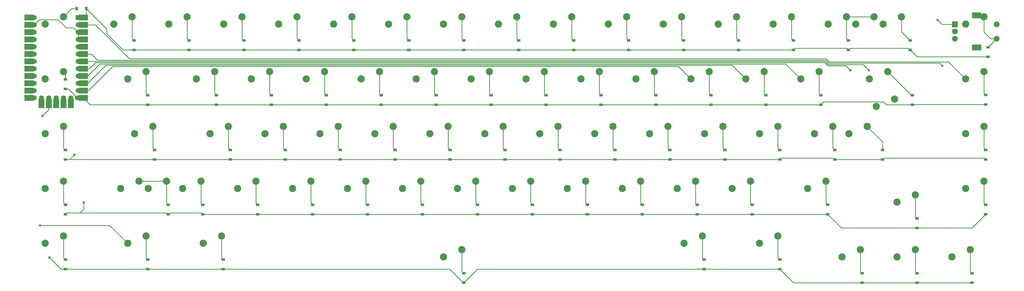
<source format=gbr>
%TF.GenerationSoftware,KiCad,Pcbnew,(6.0.4)*%
%TF.CreationDate,2022-07-27T19:48:40+02:00*%
%TF.ProjectId,65MK,36354d4b-2e6b-4696-9361-645f70636258,rev?*%
%TF.SameCoordinates,Original*%
%TF.FileFunction,Copper,L2,Bot*%
%TF.FilePolarity,Positive*%
%FSLAX46Y46*%
G04 Gerber Fmt 4.6, Leading zero omitted, Abs format (unit mm)*
G04 Created by KiCad (PCBNEW (6.0.4)) date 2022-07-27 19:48:40*
%MOMM*%
%LPD*%
G01*
G04 APERTURE LIST*
%TA.AperFunction,ComponentPad*%
%ADD10C,2.500000*%
%TD*%
%TA.AperFunction,ComponentPad*%
%ADD11R,2.000000X2.000000*%
%TD*%
%TA.AperFunction,ComponentPad*%
%ADD12C,2.000000*%
%TD*%
%TA.AperFunction,ComponentPad*%
%ADD13R,3.200000X2.000000*%
%TD*%
%TA.AperFunction,SMDPad,CuDef*%
%ADD14R,1.200000X0.900000*%
%TD*%
%TA.AperFunction,SMDPad,CuDef*%
%ADD15R,0.900000X1.200000*%
%TD*%
%TA.AperFunction,ComponentPad*%
%ADD16R,1.752600X1.752600*%
%TD*%
%TA.AperFunction,ComponentPad*%
%ADD17C,1.752600*%
%TD*%
%TA.AperFunction,SMDPad,CuDef*%
%ADD18R,3.250000X2.000000*%
%TD*%
%TA.AperFunction,SMDPad,CuDef*%
%ADD19R,2.000000X3.250000*%
%TD*%
%TA.AperFunction,ViaPad*%
%ADD20C,0.800000*%
%TD*%
%TA.AperFunction,Conductor*%
%ADD21C,0.250000*%
%TD*%
G04 APERTURE END LIST*
D10*
%TO.P,MX4,1,COL*%
%TO.N,COL3*%
X93027500Y-103028750D03*
%TO.P,MX4,2,ROW*%
%TO.N,Net-(D4-Pad2)*%
X99377500Y-100488750D03*
%TD*%
%TO.P,MX13,1,COL*%
%TO.N,COL12*%
X264477500Y-103028750D03*
%TO.P,MX13,2,ROW*%
%TO.N,Net-(D13-Pad2)*%
X270827500Y-100488750D03*
%TD*%
%TO.P,MX1,1,COL*%
%TO.N,COL0*%
X31115000Y-103028750D03*
%TO.P,MX1,2,ROW*%
%TO.N,Net-(D1-Pad2)*%
X37465000Y-100488750D03*
%TD*%
%TO.P,MX46,1,COL*%
%TO.N,COL11*%
X259715000Y-141128750D03*
%TO.P,MX46,2,ROW*%
%TO.N,Net-(D47-Pad2)*%
X266065000Y-138588750D03*
%TD*%
%TO.P,MX8,1,COL*%
%TO.N,COL7*%
X169227500Y-103028750D03*
%TO.P,MX8,2,ROW*%
%TO.N,Net-(D8-Pad2)*%
X175577500Y-100488750D03*
%TD*%
%TO.P,MX14,1,COL*%
%TO.N,COL13*%
X283527500Y-103028750D03*
%TO.P,MX14,2,ROW*%
%TO.N,Net-(D14-Pad2)*%
X289877500Y-100488750D03*
%TD*%
%TO.P,MX16,1,COL*%
%TO.N,COL15*%
X321627500Y-103028750D03*
%TO.P,MX16,2,ROW*%
%TO.N,Net-(D16-Pad2)*%
X327977500Y-100488750D03*
%TD*%
%TO.P,MX74,1,COL*%
%TO.N,COL16*%
X345440000Y-183991250D03*
%TO.P,MX74,2,ROW*%
%TO.N,Net-(D75-Pad2)*%
X351790000Y-181451250D03*
%TD*%
%TO.P,MX36,1,COL*%
%TO.N,COL1*%
X62071250Y-141128750D03*
%TO.P,MX36,2,ROW*%
%TO.N,Net-(D37-Pad2)*%
X68421250Y-138588750D03*
%TD*%
%TO.P,MX48,1,COL*%
%TO.N,COL13*%
X297815000Y-141128750D03*
%TO.P,MX48,2,ROW*%
%TO.N,Net-(D49-Pad2)*%
X304165000Y-138588750D03*
%TD*%
%TO.P,MX61,1,COL*%
%TO.N,COL11*%
X250190000Y-160178750D03*
%TO.P,MX61,2,ROW*%
%TO.N,Net-(D62-Pad2)*%
X256540000Y-157638750D03*
%TD*%
%TO.P,MX55,1,COL*%
%TO.N,COL5*%
X135890000Y-160178750D03*
%TO.P,MX55,2,ROW*%
%TO.N,Net-(D56-Pad2)*%
X142240000Y-157638750D03*
%TD*%
%TO.P,MX43,1,COL*%
%TO.N,COL8*%
X202565000Y-141128750D03*
%TO.P,MX43,2,ROW*%
%TO.N,Net-(D44-Pad2)*%
X208915000Y-138588750D03*
%TD*%
%TO.P,MX54,1,COL*%
%TO.N,COL4*%
X116840000Y-160178750D03*
%TO.P,MX54,2,ROW*%
%TO.N,Net-(D55-Pad2)*%
X123190000Y-157638750D03*
%TD*%
%TO.P,MX68,1,COL*%
%TO.N,COL1*%
X59690000Y-179228750D03*
%TO.P,MX68,2,ROW*%
%TO.N,Net-(D69-Pad2)*%
X66040000Y-176688750D03*
%TD*%
%TO.P,MX17,1,COL*%
%TO.N,COL16*%
X350202500Y-103028750D03*
%TO.P,MX17,2,ROW*%
%TO.N,Net-(D17-Pad2)*%
X356552500Y-100488750D03*
%TD*%
%TO.P,MX52,1,COL*%
%TO.N,COL2*%
X78740000Y-160178750D03*
%TO.P,MX52,2,ROW*%
%TO.N,Net-(D53-Pad2)*%
X85090000Y-157638750D03*
%TD*%
%TO.P,MX33,1,COL*%
%TO.N,COL16*%
X350202500Y-122078750D03*
%TO.P,MX33,2,ROW*%
%TO.N,Net-(D34-Pad2)*%
X356552500Y-119538750D03*
%TD*%
%TO.P,MX49,1,COL*%
%TO.N,COL16*%
X350202500Y-141128750D03*
%TO.P,MX49,2,ROW*%
%TO.N,Net-(D50-Pad2)*%
X356552500Y-138588750D03*
%TD*%
%TO.P,MX26,1,COL*%
%TO.N,COL8*%
X197802500Y-122078750D03*
%TO.P,MX26,2,ROW*%
%TO.N,Net-(D27-Pad2)*%
X204152500Y-119538750D03*
%TD*%
%TO.P,MX29,1,COL*%
%TO.N,COL11*%
X254952500Y-122078750D03*
%TO.P,MX29,2,ROW*%
%TO.N,Net-(D30-Pad2)*%
X261302500Y-119538750D03*
%TD*%
%TO.P,MX30,1,COL*%
%TO.N,COL12*%
X274002500Y-122078750D03*
%TO.P,MX30,2,ROW*%
%TO.N,Net-(D31-Pad2)*%
X280352500Y-119538750D03*
%TD*%
%TO.P,MX27,1,COL*%
%TO.N,COL9*%
X216852500Y-122078750D03*
%TO.P,MX27,2,ROW*%
%TO.N,Net-(D28-Pad2)*%
X223202500Y-119538750D03*
%TD*%
%TO.P,MX37,1,COL*%
%TO.N,COL2*%
X88265000Y-141128750D03*
%TO.P,MX37,2,ROW*%
%TO.N,Net-(D38-Pad2)*%
X94615000Y-138588750D03*
%TD*%
%TO.P,MX53,1,COL*%
%TO.N,COL3*%
X97790000Y-160178750D03*
%TO.P,MX53,2,ROW*%
%TO.N,Net-(D54-Pad2)*%
X104140000Y-157638750D03*
%TD*%
%TO.P,MX10,1,COL*%
%TO.N,COL9*%
X207327500Y-103028750D03*
%TO.P,MX10,2,ROW*%
%TO.N,Net-(D10-Pad2)*%
X213677500Y-100488750D03*
%TD*%
%TO.P,MX62,1,COL*%
%TO.N,COL12*%
X269240000Y-160178750D03*
%TO.P,MX62,2,ROW*%
%TO.N,Net-(D63-Pad2)*%
X275590000Y-157638750D03*
%TD*%
%TO.P,MX50,1,COL*%
%TO.N,COL0*%
X31115000Y-160178750D03*
%TO.P,MX50,2,ROW*%
%TO.N,Net-(D51-Pad2)*%
X37465000Y-157638750D03*
%TD*%
%TO.P,MX60,1,COL*%
%TO.N,COL10*%
X231140000Y-160178750D03*
%TO.P,MX60,2,ROW*%
%TO.N,Net-(D61-Pad2)*%
X237490000Y-157638750D03*
%TD*%
%TO.P,MX71,1,COL*%
%TO.N,COL12*%
X278765000Y-179228750D03*
%TO.P,MX71,2,ROW*%
%TO.N,Net-(D72-Pad2)*%
X285115000Y-176688750D03*
%TD*%
%TO.P,MX70,1,COL*%
%TO.N,COL11*%
X252571250Y-179228750D03*
%TO.P,MX70,2,ROW*%
%TO.N,Net-(D71-Pad2)*%
X258921250Y-176688750D03*
%TD*%
%TO.P,MX34,1,COL*%
%TO.N,COL14*%
X309721250Y-141128750D03*
X319246250Y-131603750D03*
%TO.P,MX34,2,ROW*%
%TO.N,Net-(D35-Pad2)*%
X325596250Y-129063750D03*
X316071250Y-138588750D03*
%TD*%
%TO.P,MX28,1,COL*%
%TO.N,COL10*%
X235902500Y-122078750D03*
%TO.P,MX28,2,ROW*%
%TO.N,Net-(D29-Pad2)*%
X242252500Y-119538750D03*
%TD*%
%TO.P,MX65,1,COL*%
%TO.N,COL16*%
X350202500Y-160178750D03*
%TO.P,MX65,2,ROW*%
%TO.N,Net-(D66-Pad2)*%
X356552500Y-157638750D03*
%TD*%
%TO.P,MX73,1,COL*%
%TO.N,COL15*%
X326390000Y-183991250D03*
%TO.P,MX73,2,ROW*%
%TO.N,Net-(D74-Pad2)*%
X332740000Y-181451250D03*
%TD*%
%TO.P,MX6,1,COL*%
%TO.N,COL5*%
X131127500Y-103028750D03*
%TO.P,MX6,2,ROW*%
%TO.N,Net-(D6-Pad2)*%
X137477500Y-100488750D03*
%TD*%
%TO.P,MX5,1,COL*%
%TO.N,COL4*%
X112077500Y-103028750D03*
%TO.P,MX5,2,ROW*%
%TO.N,Net-(D5-Pad2)*%
X118427500Y-100488750D03*
%TD*%
%TO.P,MX3,1,COL*%
%TO.N,COL2*%
X73977500Y-103028750D03*
%TO.P,MX3,2,ROW*%
%TO.N,Net-(D3-Pad2)*%
X80327500Y-100488750D03*
%TD*%
%TO.P,MX18,1,COL*%
%TO.N,COL0*%
X31115000Y-122078750D03*
%TO.P,MX18,2,ROW*%
%TO.N,Net-(D19-Pad2)*%
X37465000Y-119538750D03*
%TD*%
%TO.P,MX31,1,COL*%
%TO.N,COL13*%
X293052500Y-122078750D03*
%TO.P,MX31,2,ROW*%
%TO.N,Net-(D32-Pad2)*%
X299402500Y-119538750D03*
%TD*%
%TO.P,MX2,1,COL*%
%TO.N,COL1*%
X54927500Y-103028750D03*
%TO.P,MX2,2,ROW*%
%TO.N,Net-(D2-Pad2)*%
X61277500Y-100488750D03*
%TD*%
%TO.P,MX25,1,COL*%
%TO.N,COL7*%
X178752500Y-122078750D03*
%TO.P,MX25,2,ROW*%
%TO.N,Net-(D26-Pad2)*%
X185102500Y-119538750D03*
%TD*%
%TO.P,MX23,1,COL*%
%TO.N,COL5*%
X140652500Y-122078750D03*
%TO.P,MX23,2,ROW*%
%TO.N,Net-(D24-Pad2)*%
X147002500Y-119538750D03*
%TD*%
%TO.P,MX69,1,COL*%
%TO.N,COL2*%
X85883750Y-179228750D03*
%TO.P,MX69,2,ROW*%
%TO.N,Net-(D70-Pad2)*%
X92233750Y-176688750D03*
%TD*%
%TO.P,MX44,1,COL*%
%TO.N,COL9*%
X221615000Y-141128750D03*
%TO.P,MX44,2,ROW*%
%TO.N,Net-(D45-Pad2)*%
X227965000Y-138588750D03*
%TD*%
%TO.P,MX66,1,COL*%
%TO.N,COL7*%
X169227500Y-183991250D03*
%TO.P,MX66,2,ROW*%
%TO.N,Net-(D67-Pad2)*%
X175577500Y-181451250D03*
%TD*%
%TO.P,MX72,1,COL*%
%TO.N,COL14*%
X307340000Y-183991250D03*
%TO.P,MX72,2,ROW*%
%TO.N,Net-(D73-Pad2)*%
X313690000Y-181451250D03*
%TD*%
%TO.P,MX51,1,COL*%
%TO.N,COL1*%
X66833750Y-160178750D03*
X57308750Y-160178750D03*
%TO.P,MX51,2,ROW*%
%TO.N,Net-(D52-Pad2)*%
X63658750Y-157638750D03*
X73183750Y-157638750D03*
%TD*%
%TO.P,MX64,1,COL*%
%TO.N,COL14*%
X326390000Y-164941250D03*
%TO.P,MX64,2,ROW*%
%TO.N,Net-(D65-Pad2)*%
X332740000Y-162401250D03*
%TD*%
%TO.P,MX39,1,COL*%
%TO.N,COL4*%
X126365000Y-141128750D03*
%TO.P,MX39,2,ROW*%
%TO.N,Net-(D40-Pad2)*%
X132715000Y-138588750D03*
%TD*%
%TO.P,MX47,1,COL*%
%TO.N,COL12*%
X278765000Y-141128750D03*
%TO.P,MX47,2,ROW*%
%TO.N,Net-(D48-Pad2)*%
X285115000Y-138588750D03*
%TD*%
D11*
%TO.P,SW1,A,A*%
%TO.N,ROT1*%
X346512500Y-103068750D03*
D12*
%TO.P,SW1,B,B*%
%TO.N,ROT0*%
X346512500Y-108068750D03*
%TO.P,SW1,C,C*%
%TO.N,GND*%
X346512500Y-105568750D03*
D13*
%TO.P,SW1,MP*%
%TO.N,N/C*%
X354012500Y-99968750D03*
X354012500Y-111168750D03*
D12*
%TO.P,SW1,S1,S1*%
%TO.N,Net-(D17-Pad2)*%
X361012500Y-108068750D03*
%TO.P,SW1,S2,S2*%
%TO.N,COL16*%
X361012500Y-103068750D03*
%TD*%
D10*
%TO.P,MX59,1,COL*%
%TO.N,COL9*%
X212090000Y-160178750D03*
%TO.P,MX59,2,ROW*%
%TO.N,Net-(D60-Pad2)*%
X218440000Y-157638750D03*
%TD*%
%TO.P,MX42,1,COL*%
%TO.N,COL7*%
X183515000Y-141128750D03*
%TO.P,MX42,2,ROW*%
%TO.N,Net-(D43-Pad2)*%
X189865000Y-138588750D03*
%TD*%
%TO.P,MX38,1,COL*%
%TO.N,COL3*%
X107315000Y-141128750D03*
%TO.P,MX38,2,ROW*%
%TO.N,Net-(D39-Pad2)*%
X113665000Y-138588750D03*
%TD*%
%TO.P,MX15,1,COL*%
%TO.N,COL14*%
X302577500Y-103028750D03*
X312102500Y-103028750D03*
%TO.P,MX15,2,ROW*%
%TO.N,Net-(D15-Pad2)*%
X318452500Y-100488750D03*
X308927500Y-100488750D03*
%TD*%
%TO.P,MX41,1,COL*%
%TO.N,COL6*%
X164465000Y-141128750D03*
%TO.P,MX41,2,ROW*%
%TO.N,Net-(D42-Pad2)*%
X170815000Y-138588750D03*
%TD*%
%TO.P,MX24,1,COL*%
%TO.N,COL6*%
X159702500Y-122078750D03*
%TO.P,MX24,2,ROW*%
%TO.N,Net-(D25-Pad2)*%
X166052500Y-119538750D03*
%TD*%
%TO.P,MX12,1,COL*%
%TO.N,COL11*%
X245427500Y-103028750D03*
%TO.P,MX12,2,ROW*%
%TO.N,Net-(D12-Pad2)*%
X251777500Y-100488750D03*
%TD*%
%TO.P,MX63,1,COL*%
%TO.N,COL13*%
X295433750Y-160178750D03*
%TO.P,MX63,2,ROW*%
%TO.N,Net-(D64-Pad2)*%
X301783750Y-157638750D03*
%TD*%
%TO.P,MX11,1,COL*%
%TO.N,COL10*%
X226377500Y-103028750D03*
%TO.P,MX11,2,ROW*%
%TO.N,Net-(D11-Pad2)*%
X232727500Y-100488750D03*
%TD*%
%TO.P,MX58,1,COL*%
%TO.N,COL8*%
X193040000Y-160178750D03*
%TO.P,MX58,2,ROW*%
%TO.N,Net-(D59-Pad2)*%
X199390000Y-157638750D03*
%TD*%
%TO.P,MX45,1,COL*%
%TO.N,COL10*%
X240665000Y-141128750D03*
%TO.P,MX45,2,ROW*%
%TO.N,Net-(D46-Pad2)*%
X247015000Y-138588750D03*
%TD*%
%TO.P,MX35,1,COL*%
%TO.N,COL0*%
X31115000Y-141128750D03*
%TO.P,MX35,2,ROW*%
%TO.N,Net-(D36-Pad2)*%
X37465000Y-138588750D03*
%TD*%
%TO.P,MX19,1,COL*%
%TO.N,COL1*%
X59690000Y-122078750D03*
%TO.P,MX19,2,ROW*%
%TO.N,Net-(D20-Pad2)*%
X66040000Y-119538750D03*
%TD*%
%TO.P,MX32,1,COL*%
%TO.N,COL15*%
X316865000Y-122078750D03*
%TO.P,MX32,2,ROW*%
%TO.N,Net-(D33-Pad2)*%
X323215000Y-119538750D03*
%TD*%
%TO.P,MX40,1,COL*%
%TO.N,COL5*%
X145415000Y-141128750D03*
%TO.P,MX40,2,ROW*%
%TO.N,Net-(D41-Pad2)*%
X151765000Y-138588750D03*
%TD*%
%TO.P,MX9,1,COL*%
%TO.N,COL8*%
X188277500Y-103028750D03*
%TO.P,MX9,2,ROW*%
%TO.N,Net-(D9-Pad2)*%
X194627500Y-100488750D03*
%TD*%
%TO.P,MX7,1,COL*%
%TO.N,COL6*%
X150177500Y-103028750D03*
%TO.P,MX7,2,ROW*%
%TO.N,Net-(D7-Pad2)*%
X156527500Y-100488750D03*
%TD*%
%TO.P,MX21,1,COL*%
%TO.N,COL3*%
X102552500Y-122078750D03*
%TO.P,MX21,2,ROW*%
%TO.N,Net-(D22-Pad2)*%
X108902500Y-119538750D03*
%TD*%
%TO.P,MX22,1,COL*%
%TO.N,COL4*%
X121602500Y-122078750D03*
%TO.P,MX22,2,ROW*%
%TO.N,Net-(D23-Pad2)*%
X127952500Y-119538750D03*
%TD*%
%TO.P,MX57,1,COL*%
%TO.N,COL7*%
X173990000Y-160178750D03*
%TO.P,MX57,2,ROW*%
%TO.N,Net-(D58-Pad2)*%
X180340000Y-157638750D03*
%TD*%
%TO.P,MX20,1,COL*%
%TO.N,COL2*%
X83502500Y-122078750D03*
%TO.P,MX20,2,ROW*%
%TO.N,Net-(D21-Pad2)*%
X89852500Y-119538750D03*
%TD*%
%TO.P,MX67,1,COL*%
%TO.N,COL0*%
X31115000Y-179228750D03*
%TO.P,MX67,2,ROW*%
%TO.N,Net-(D68-Pad2)*%
X37465000Y-176688750D03*
%TD*%
%TO.P,MX56,1,COL*%
%TO.N,COL6*%
X154940000Y-160178750D03*
%TO.P,MX56,2,ROW*%
%TO.N,Net-(D57-Pad2)*%
X161290000Y-157638750D03*
%TD*%
D14*
%TO.P,D62,1,K*%
%TO.N,ROW3*%
X257175000Y-169131250D03*
%TO.P,D62,2,A*%
%TO.N,Net-(D62-Pad2)*%
X257175000Y-165831250D03*
%TD*%
%TO.P,D58,1,K*%
%TO.N,ROW3*%
X180975000Y-169131250D03*
%TO.P,D58,2,A*%
%TO.N,Net-(D58-Pad2)*%
X180975000Y-165831250D03*
%TD*%
%TO.P,D69,1,K*%
%TO.N,ROW4*%
X66675000Y-188181250D03*
%TO.P,D69,2,A*%
%TO.N,Net-(D69-Pad2)*%
X66675000Y-184881250D03*
%TD*%
%TO.P,D57,1,K*%
%TO.N,ROW3*%
X161925000Y-169131250D03*
%TO.P,D57,2,A*%
%TO.N,Net-(D57-Pad2)*%
X161925000Y-165831250D03*
%TD*%
%TO.P,D14,1,K*%
%TO.N,ROW0*%
X290512500Y-111981250D03*
%TO.P,D14,2,A*%
%TO.N,Net-(D14-Pad2)*%
X290512500Y-108681250D03*
%TD*%
%TO.P,D74,1,K*%
%TO.N,ROW4*%
X333375000Y-192943750D03*
%TO.P,D74,2,A*%
%TO.N,Net-(D74-Pad2)*%
X333375000Y-189643750D03*
%TD*%
%TO.P,D39,1,K*%
%TO.N,ROW2*%
X114300000Y-150081250D03*
%TO.P,D39,2,A*%
%TO.N,Net-(D39-Pad2)*%
X114300000Y-146781250D03*
%TD*%
%TO.P,D7,1,K*%
%TO.N,ROW0*%
X157162500Y-111981250D03*
%TO.P,D7,2,A*%
%TO.N,Net-(D7-Pad2)*%
X157162500Y-108681250D03*
%TD*%
%TO.P,D5,1,K*%
%TO.N,ROW0*%
X119062500Y-111981250D03*
%TO.P,D5,2,A*%
%TO.N,Net-(D5-Pad2)*%
X119062500Y-108681250D03*
%TD*%
%TO.P,D21,1,K*%
%TO.N,ROW1*%
X90487500Y-131031250D03*
%TO.P,D21,2,A*%
%TO.N,Net-(D21-Pad2)*%
X90487500Y-127731250D03*
%TD*%
%TO.P,D44,1,K*%
%TO.N,ROW2*%
X209550000Y-150081250D03*
%TO.P,D44,2,A*%
%TO.N,Net-(D44-Pad2)*%
X209550000Y-146781250D03*
%TD*%
%TO.P,D11,1,K*%
%TO.N,ROW0*%
X233362500Y-111981250D03*
%TO.P,D11,2,A*%
%TO.N,Net-(D11-Pad2)*%
X233362500Y-108681250D03*
%TD*%
%TO.P,D22,1,K*%
%TO.N,ROW1*%
X109537500Y-131031250D03*
%TO.P,D22,2,A*%
%TO.N,Net-(D22-Pad2)*%
X109537500Y-127731250D03*
%TD*%
%TO.P,D19,1,K*%
%TO.N,ROW1*%
X38100000Y-125537500D03*
%TO.P,D19,2,A*%
%TO.N,Net-(D19-Pad2)*%
X38100000Y-122237500D03*
%TD*%
%TO.P,D46,1,K*%
%TO.N,ROW2*%
X247650000Y-150081250D03*
%TO.P,D46,2,A*%
%TO.N,Net-(D46-Pad2)*%
X247650000Y-146781250D03*
%TD*%
%TO.P,D73,1,K*%
%TO.N,ROW4*%
X314325000Y-192943750D03*
%TO.P,D73,2,A*%
%TO.N,Net-(D73-Pad2)*%
X314325000Y-189643750D03*
%TD*%
%TO.P,D38,1,K*%
%TO.N,ROW2*%
X95250000Y-150081250D03*
%TO.P,D38,2,A*%
%TO.N,Net-(D38-Pad2)*%
X95250000Y-146781250D03*
%TD*%
%TO.P,D55,1,K*%
%TO.N,ROW3*%
X123825000Y-169131250D03*
%TO.P,D55,2,A*%
%TO.N,Net-(D55-Pad2)*%
X123825000Y-165831250D03*
%TD*%
%TO.P,D71,1,K*%
%TO.N,ROW4*%
X259556250Y-188181250D03*
%TO.P,D71,2,A*%
%TO.N,Net-(D71-Pad2)*%
X259556250Y-184881250D03*
%TD*%
%TO.P,D36,1,K*%
%TO.N,ROW2*%
X38100000Y-150081250D03*
%TO.P,D36,2,A*%
%TO.N,Net-(D36-Pad2)*%
X38100000Y-146781250D03*
%TD*%
%TO.P,D43,1,K*%
%TO.N,ROW2*%
X190500000Y-150081250D03*
%TO.P,D43,2,A*%
%TO.N,Net-(D43-Pad2)*%
X190500000Y-146781250D03*
%TD*%
%TO.P,D66,1,K*%
%TO.N,ROW3*%
X357187500Y-169131250D03*
%TO.P,D66,2,A*%
%TO.N,Net-(D66-Pad2)*%
X357187500Y-165831250D03*
%TD*%
%TO.P,D52,1,K*%
%TO.N,ROW3*%
X73818750Y-169131250D03*
%TO.P,D52,2,A*%
%TO.N,Net-(D52-Pad2)*%
X73818750Y-165831250D03*
%TD*%
%TO.P,D48,1,K*%
%TO.N,ROW2*%
X285750000Y-150081250D03*
%TO.P,D48,2,A*%
%TO.N,Net-(D48-Pad2)*%
X285750000Y-146781250D03*
%TD*%
%TO.P,D6,1,K*%
%TO.N,ROW0*%
X138112500Y-111981250D03*
%TO.P,D6,2,A*%
%TO.N,Net-(D6-Pad2)*%
X138112500Y-108681250D03*
%TD*%
%TO.P,D53,1,K*%
%TO.N,ROW3*%
X85725000Y-169131250D03*
%TO.P,D53,2,A*%
%TO.N,Net-(D53-Pad2)*%
X85725000Y-165831250D03*
%TD*%
%TO.P,D61,1,K*%
%TO.N,ROW3*%
X238125000Y-169131250D03*
%TO.P,D61,2,A*%
%TO.N,Net-(D61-Pad2)*%
X238125000Y-165831250D03*
%TD*%
%TO.P,D24,1,K*%
%TO.N,ROW1*%
X147637500Y-131031250D03*
%TO.P,D24,2,A*%
%TO.N,Net-(D24-Pad2)*%
X147637500Y-127731250D03*
%TD*%
%TO.P,D31,1,K*%
%TO.N,ROW1*%
X280987500Y-131031250D03*
%TO.P,D31,2,A*%
%TO.N,Net-(D31-Pad2)*%
X280987500Y-127731250D03*
%TD*%
%TO.P,D20,1,K*%
%TO.N,ROW1*%
X66675000Y-131031250D03*
%TO.P,D20,2,A*%
%TO.N,Net-(D20-Pad2)*%
X66675000Y-127731250D03*
%TD*%
%TO.P,D26,1,K*%
%TO.N,ROW1*%
X185737500Y-131031250D03*
%TO.P,D26,2,A*%
%TO.N,Net-(D26-Pad2)*%
X185737500Y-127731250D03*
%TD*%
%TO.P,D3,1,K*%
%TO.N,ROW0*%
X80962500Y-111981250D03*
%TO.P,D3,2,A*%
%TO.N,Net-(D3-Pad2)*%
X80962500Y-108681250D03*
%TD*%
%TO.P,D12,1,K*%
%TO.N,ROW0*%
X252412500Y-111981250D03*
%TO.P,D12,2,A*%
%TO.N,Net-(D12-Pad2)*%
X252412500Y-108681250D03*
%TD*%
%TO.P,D45,1,K*%
%TO.N,ROW2*%
X228600000Y-150081250D03*
%TO.P,D45,2,A*%
%TO.N,Net-(D45-Pad2)*%
X228600000Y-146781250D03*
%TD*%
%TO.P,D72,1,K*%
%TO.N,ROW4*%
X285750000Y-188181250D03*
%TO.P,D72,2,A*%
%TO.N,Net-(D72-Pad2)*%
X285750000Y-184881250D03*
%TD*%
%TO.P,D2,1,K*%
%TO.N,ROW0*%
X61912500Y-111981250D03*
%TO.P,D2,2,A*%
%TO.N,Net-(D2-Pad2)*%
X61912500Y-108681250D03*
%TD*%
%TO.P,D42,1,K*%
%TO.N,ROW2*%
X171450000Y-150081250D03*
%TO.P,D42,2,A*%
%TO.N,Net-(D42-Pad2)*%
X171450000Y-146781250D03*
%TD*%
%TO.P,D15,1,K*%
%TO.N,ROW0*%
X309562500Y-111981250D03*
%TO.P,D15,2,A*%
%TO.N,Net-(D15-Pad2)*%
X309562500Y-108681250D03*
%TD*%
%TO.P,D41,1,K*%
%TO.N,ROW2*%
X152400000Y-150081250D03*
%TO.P,D41,2,A*%
%TO.N,Net-(D41-Pad2)*%
X152400000Y-146781250D03*
%TD*%
%TO.P,D4,1,K*%
%TO.N,ROW0*%
X100012500Y-111981250D03*
%TO.P,D4,2,A*%
%TO.N,Net-(D4-Pad2)*%
X100012500Y-108681250D03*
%TD*%
%TO.P,D28,1,K*%
%TO.N,ROW1*%
X223837500Y-131031250D03*
%TO.P,D28,2,A*%
%TO.N,Net-(D28-Pad2)*%
X223837500Y-127731250D03*
%TD*%
%TO.P,D33,1,K*%
%TO.N,ROW1*%
X331787500Y-131031250D03*
%TO.P,D33,2,A*%
%TO.N,Net-(D33-Pad2)*%
X331787500Y-127731250D03*
%TD*%
%TO.P,D64,1,K*%
%TO.N,ROW3*%
X302418750Y-169131250D03*
%TO.P,D64,2,A*%
%TO.N,Net-(D64-Pad2)*%
X302418750Y-165831250D03*
%TD*%
%TO.P,D37,1,K*%
%TO.N,ROW2*%
X69056250Y-150081250D03*
%TO.P,D37,2,A*%
%TO.N,Net-(D37-Pad2)*%
X69056250Y-146781250D03*
%TD*%
%TO.P,D59,1,K*%
%TO.N,ROW3*%
X200025000Y-169131250D03*
%TO.P,D59,2,A*%
%TO.N,Net-(D59-Pad2)*%
X200025000Y-165831250D03*
%TD*%
%TO.P,D30,1,K*%
%TO.N,ROW1*%
X261937500Y-131031250D03*
%TO.P,D30,2,A*%
%TO.N,Net-(D30-Pad2)*%
X261937500Y-127731250D03*
%TD*%
%TO.P,D16,1,K*%
%TO.N,ROW0*%
X330993750Y-111981250D03*
%TO.P,D16,2,A*%
%TO.N,Net-(D16-Pad2)*%
X330993750Y-108681250D03*
%TD*%
%TO.P,D25,1,K*%
%TO.N,ROW1*%
X166687500Y-131031250D03*
%TO.P,D25,2,A*%
%TO.N,Net-(D25-Pad2)*%
X166687500Y-127731250D03*
%TD*%
%TO.P,D65,1,K*%
%TO.N,ROW3*%
X333375000Y-173893750D03*
%TO.P,D65,2,A*%
%TO.N,Net-(D65-Pad2)*%
X333375000Y-170593750D03*
%TD*%
%TO.P,D34,1,K*%
%TO.N,ROW1*%
X357187500Y-130968750D03*
%TO.P,D34,2,A*%
%TO.N,Net-(D34-Pad2)*%
X357187500Y-127668750D03*
%TD*%
%TO.P,D29,1,K*%
%TO.N,ROW1*%
X242887500Y-131031250D03*
%TO.P,D29,2,A*%
%TO.N,Net-(D29-Pad2)*%
X242887500Y-127731250D03*
%TD*%
D15*
%TO.P,D1,1,K*%
%TO.N,ROW0*%
X45306250Y-97631250D03*
%TO.P,D1,2,A*%
%TO.N,Net-(D1-Pad2)*%
X42006250Y-97631250D03*
%TD*%
D14*
%TO.P,D13,1,K*%
%TO.N,ROW0*%
X271462500Y-111981250D03*
%TO.P,D13,2,A*%
%TO.N,Net-(D13-Pad2)*%
X271462500Y-108681250D03*
%TD*%
%TO.P,D60,1,K*%
%TO.N,ROW3*%
X219075000Y-169131250D03*
%TO.P,D60,2,A*%
%TO.N,Net-(D60-Pad2)*%
X219075000Y-165831250D03*
%TD*%
%TO.P,D40,1,K*%
%TO.N,ROW2*%
X133350000Y-150081250D03*
%TO.P,D40,2,A*%
%TO.N,Net-(D40-Pad2)*%
X133350000Y-146781250D03*
%TD*%
%TO.P,D32,1,K*%
%TO.N,ROW1*%
X300037500Y-131031250D03*
%TO.P,D32,2,A*%
%TO.N,Net-(D32-Pad2)*%
X300037500Y-127731250D03*
%TD*%
%TO.P,D70,1,K*%
%TO.N,ROW4*%
X92868750Y-188181250D03*
%TO.P,D70,2,A*%
%TO.N,Net-(D70-Pad2)*%
X92868750Y-184881250D03*
%TD*%
%TO.P,D47,1,K*%
%TO.N,ROW2*%
X266700000Y-150081250D03*
%TO.P,D47,2,A*%
%TO.N,Net-(D47-Pad2)*%
X266700000Y-146781250D03*
%TD*%
%TO.P,D50,1,K*%
%TO.N,ROW2*%
X357187500Y-150081250D03*
%TO.P,D50,2,A*%
%TO.N,Net-(D50-Pad2)*%
X357187500Y-146781250D03*
%TD*%
%TO.P,D51,1,K*%
%TO.N,ROW3*%
X38100000Y-169131250D03*
%TO.P,D51,2,A*%
%TO.N,Net-(D51-Pad2)*%
X38100000Y-165831250D03*
%TD*%
%TO.P,D54,1,K*%
%TO.N,ROW3*%
X104775000Y-169131250D03*
%TO.P,D54,2,A*%
%TO.N,Net-(D54-Pad2)*%
X104775000Y-165831250D03*
%TD*%
%TO.P,D56,1,K*%
%TO.N,ROW3*%
X142875000Y-169131250D03*
%TO.P,D56,2,A*%
%TO.N,Net-(D56-Pad2)*%
X142875000Y-165831250D03*
%TD*%
%TO.P,D63,1,K*%
%TO.N,ROW3*%
X276225000Y-169131250D03*
%TO.P,D63,2,A*%
%TO.N,Net-(D63-Pad2)*%
X276225000Y-165831250D03*
%TD*%
%TO.P,D68,1,K*%
%TO.N,ROW4*%
X38100000Y-188181250D03*
%TO.P,D68,2,A*%
%TO.N,Net-(D68-Pad2)*%
X38100000Y-184881250D03*
%TD*%
%TO.P,D49,1,K*%
%TO.N,ROW2*%
X304800000Y-150081250D03*
%TO.P,D49,2,A*%
%TO.N,Net-(D49-Pad2)*%
X304800000Y-146781250D03*
%TD*%
%TO.P,D8,1,K*%
%TO.N,ROW0*%
X176212500Y-111981250D03*
%TO.P,D8,2,A*%
%TO.N,Net-(D8-Pad2)*%
X176212500Y-108681250D03*
%TD*%
%TO.P,D17,1,K*%
%TO.N,ROW0*%
X357981250Y-114362500D03*
%TO.P,D17,2,A*%
%TO.N,Net-(D17-Pad2)*%
X357981250Y-111062500D03*
%TD*%
D16*
%TO.P,EC1,1,D3*%
%TO.N,ROW0*%
X42545000Y-100729250D03*
D17*
%TO.P,EC1,2,D2*%
%TO.N,COL16*%
X42545000Y-103269250D03*
%TO.P,EC1,3,GND*%
%TO.N,GND*%
X42545000Y-105809250D03*
%TO.P,EC1,4,GND*%
X42545000Y-108349250D03*
%TO.P,EC1,5,D1*%
%TO.N,ROT1*%
X42545000Y-110889250D03*
%TO.P,EC1,6,D0*%
%TO.N,ROT0*%
X42545000Y-113429250D03*
%TO.P,EC1,7,D4*%
%TO.N,COL15*%
X42545000Y-115969250D03*
%TO.P,EC1,8,D6*%
%TO.N,COL14*%
X42545000Y-118509250D03*
%TO.P,EC1,9,D7*%
%TO.N,COL13*%
X42545000Y-121049250D03*
%TO.P,EC1,10,E6*%
%TO.N,COL12*%
X42545000Y-123589250D03*
%TO.P,EC1,11,B4*%
%TO.N,COL11*%
X42545000Y-126129250D03*
%TO.P,EC1,13,B6*%
%TO.N,COL3*%
X27305000Y-128669250D03*
%TO.P,EC1,14,B2*%
%TO.N,COL4*%
X27305000Y-126129250D03*
%TO.P,EC1,15,B3*%
%TO.N,COL5*%
X27305000Y-123589250D03*
%TO.P,EC1,16,B1*%
%TO.N,COL6*%
X27305000Y-121049250D03*
%TO.P,EC1,17,F7*%
%TO.N,COL7*%
X27305000Y-118509250D03*
%TO.P,EC1,18,F6*%
%TO.N,COL8*%
X27305000Y-115969250D03*
%TO.P,EC1,19,F5*%
%TO.N,COL9*%
X27305000Y-113429250D03*
%TO.P,EC1,20,F4*%
%TO.N,COL10*%
X27305000Y-110889250D03*
%TO.P,EC1,21,VCC*%
%TO.N,VCC*%
X27305000Y-108349250D03*
%TO.P,EC1,22,RST*%
%TO.N,unconnected-(EC1-Pad22)*%
X27305000Y-105809250D03*
%TO.P,EC1,23,GND*%
%TO.N,GND*%
X27305000Y-103269250D03*
%TO.P,EC1,12,B5*%
%TO.N,ROW1*%
X42316400Y-128669250D03*
%TO.P,EC1,24,B0*%
%TO.N,COL0*%
X27305000Y-100729250D03*
%TO.P,EC1,29,F0*%
%TO.N,COL2*%
X29845000Y-128669250D03*
%TO.P,EC1,28,F1*%
%TO.N,COL1*%
X32385000Y-128669250D03*
%TO.P,EC1,27,C7*%
%TO.N,ROW4*%
X34925000Y-128669250D03*
%TO.P,EC1,26,D5*%
%TO.N,ROW2*%
X37465000Y-128669250D03*
%TO.P,EC1,25,B7*%
%TO.N,ROW3*%
X40005000Y-128669250D03*
D18*
%TO.P,EC1,1,D3*%
%TO.N,ROW0*%
X44323000Y-100729250D03*
%TO.P,EC1,2,D2*%
%TO.N,COL16*%
X44323000Y-103269250D03*
%TO.P,EC1,3,GND*%
%TO.N,GND*%
X44323000Y-105809250D03*
%TO.P,EC1,4,GND*%
X44323000Y-108349250D03*
%TO.P,EC1,5,D1*%
%TO.N,ROT1*%
X44323000Y-110889250D03*
%TO.P,EC1,6,D0*%
%TO.N,ROT0*%
X44323000Y-113429250D03*
%TO.P,EC1,7,D4*%
%TO.N,COL15*%
X44323000Y-115969250D03*
%TO.P,EC1,8,D6*%
%TO.N,COL14*%
X44323000Y-118509250D03*
%TO.P,EC1,9,D7*%
%TO.N,COL13*%
X44323000Y-121049250D03*
%TO.P,EC1,10,E6*%
%TO.N,COL12*%
X44323000Y-123589250D03*
%TO.P,EC1,11,B4*%
%TO.N,COL11*%
X44323000Y-126129250D03*
%TO.P,EC1,12,B5*%
%TO.N,ROW1*%
X44323000Y-128669250D03*
%TO.P,EC1,13,B6*%
%TO.N,COL3*%
X25527000Y-128669250D03*
%TO.P,EC1,14,B2*%
%TO.N,COL4*%
X25527000Y-126129250D03*
%TO.P,EC1,15,B3*%
%TO.N,COL5*%
X25527000Y-123589250D03*
%TO.P,EC1,16,B1*%
%TO.N,COL6*%
X25527000Y-121049250D03*
%TO.P,EC1,17,F7*%
%TO.N,COL7*%
X25527000Y-118509250D03*
%TO.P,EC1,18,F6*%
%TO.N,COL8*%
X25527000Y-115969250D03*
%TO.P,EC1,19,F5*%
%TO.N,COL9*%
X25527000Y-113429250D03*
%TO.P,EC1,20,F4*%
%TO.N,COL10*%
X25527000Y-110889250D03*
%TO.P,EC1,21,VCC*%
%TO.N,VCC*%
X25527000Y-108349250D03*
%TO.P,EC1,22,RST*%
%TO.N,unconnected-(EC1-Pad22)*%
X25527000Y-105809250D03*
%TO.P,EC1,23,GND*%
%TO.N,GND*%
X25527000Y-103269250D03*
%TO.P,EC1,24,B0*%
%TO.N,COL0*%
X25527000Y-100729250D03*
D19*
%TO.P,EC1,25,B7*%
%TO.N,ROW3*%
X40005000Y-130574250D03*
%TO.P,EC1,26,D5*%
%TO.N,ROW2*%
X37465000Y-130574250D03*
%TO.P,EC1,27,C7*%
%TO.N,ROW4*%
X34925000Y-130574250D03*
%TO.P,EC1,28,F1*%
%TO.N,COL1*%
X32385000Y-130574250D03*
%TO.P,EC1,29,F0*%
%TO.N,COL2*%
X29845000Y-130574250D03*
%TD*%
D14*
%TO.P,D75,1,K*%
%TO.N,ROW4*%
X352425000Y-192943750D03*
%TO.P,D75,2,A*%
%TO.N,Net-(D75-Pad2)*%
X352425000Y-189643750D03*
%TD*%
%TO.P,D35,1,K*%
%TO.N,ROW2*%
X321468750Y-150081250D03*
%TO.P,D35,2,A*%
%TO.N,Net-(D35-Pad2)*%
X321468750Y-146781250D03*
%TD*%
%TO.P,D10,1,K*%
%TO.N,ROW0*%
X214312500Y-111981250D03*
%TO.P,D10,2,A*%
%TO.N,Net-(D10-Pad2)*%
X214312500Y-108681250D03*
%TD*%
%TO.P,D23,1,K*%
%TO.N,ROW1*%
X128587500Y-131031250D03*
%TO.P,D23,2,A*%
%TO.N,Net-(D23-Pad2)*%
X128587500Y-127731250D03*
%TD*%
%TO.P,D67,1,K*%
%TO.N,ROW4*%
X176212500Y-192943750D03*
%TO.P,D67,2,A*%
%TO.N,Net-(D67-Pad2)*%
X176212500Y-189643750D03*
%TD*%
%TO.P,D9,1,K*%
%TO.N,ROW0*%
X195262500Y-111981250D03*
%TO.P,D9,2,A*%
%TO.N,Net-(D9-Pad2)*%
X195262500Y-108681250D03*
%TD*%
%TO.P,D27,1,K*%
%TO.N,ROW1*%
X204787500Y-131031250D03*
%TO.P,D27,2,A*%
%TO.N,Net-(D27-Pad2)*%
X204787500Y-127731250D03*
%TD*%
D20*
%TO.N,COL1*%
X29368750Y-173037500D03*
X30162500Y-134937500D03*
%TO.N,COL14*%
X310356250Y-119062500D03*
%TO.N,COL15*%
X316706250Y-119062500D03*
%TO.N,ROW2*%
X41275000Y-148431250D03*
%TO.N,ROW3*%
X44450000Y-165100000D03*
%TO.N,ROW4*%
X32543750Y-184150000D03*
%TO.N,ROT1*%
X340518750Y-101600000D03*
%TO.N,ROT0*%
X342106250Y-117475000D03*
%TD*%
D21*
%TO.N,Net-(D1-Pad2)*%
X40322500Y-97631250D02*
X42006250Y-97631250D01*
X37720000Y-100743750D02*
X37465000Y-100488750D01*
X37465000Y-100488750D02*
X40322500Y-97631250D01*
%TO.N,COL1*%
X30162500Y-134937500D02*
X32385000Y-132715000D01*
X32385000Y-132715000D02*
X32385000Y-130574250D01*
X59690000Y-179228750D02*
X53498750Y-173037500D01*
X53498750Y-173037500D02*
X29368750Y-173037500D01*
%TO.N,Net-(D2-Pad2)*%
X61277500Y-100488750D02*
X61277500Y-108046250D01*
X61277500Y-108046250D02*
X61912500Y-108681250D01*
%TO.N,Net-(D3-Pad2)*%
X80327500Y-108046250D02*
X80962500Y-108681250D01*
X80327500Y-100488750D02*
X80327500Y-108046250D01*
%TO.N,Net-(D4-Pad2)*%
X99377500Y-100488750D02*
X99377500Y-108046250D01*
X99377500Y-108046250D02*
X100012500Y-108681250D01*
%TO.N,Net-(D5-Pad2)*%
X118427500Y-100488750D02*
X118427500Y-108046250D01*
X118427500Y-108046250D02*
X119062500Y-108681250D01*
%TO.N,Net-(D6-Pad2)*%
X137477500Y-100488750D02*
X137477500Y-108046250D01*
X137477500Y-108046250D02*
X138112500Y-108681250D01*
%TO.N,Net-(D7-Pad2)*%
X156527500Y-108046250D02*
X157162500Y-108681250D01*
X156527500Y-100488750D02*
X156527500Y-108046250D01*
%TO.N,Net-(D8-Pad2)*%
X175577500Y-108046250D02*
X176212500Y-108681250D01*
X175577500Y-100488750D02*
X175577500Y-108046250D01*
%TO.N,Net-(D9-Pad2)*%
X194627500Y-100488750D02*
X194627500Y-108046250D01*
X194627500Y-108046250D02*
X195262500Y-108681250D01*
%TO.N,Net-(D10-Pad2)*%
X213677500Y-100488750D02*
X213677500Y-108046250D01*
X213677500Y-108046250D02*
X214312500Y-108681250D01*
%TO.N,Net-(D11-Pad2)*%
X232727500Y-108046250D02*
X233362500Y-108681250D01*
X232727500Y-100488750D02*
X232727500Y-108046250D01*
%TO.N,COL11*%
X44323000Y-126129250D02*
X46114500Y-126129250D01*
X250641080Y-117767330D02*
X254952500Y-122078750D01*
X54476420Y-117767330D02*
X250641080Y-117767330D01*
X46114500Y-126129250D02*
X54476420Y-117767330D01*
%TO.N,Net-(D12-Pad2)*%
X251777500Y-108046250D02*
X252412500Y-108681250D01*
X251777500Y-100488750D02*
X251777500Y-108046250D01*
%TO.N,COL12*%
X45876375Y-123589250D02*
X52147815Y-117317810D01*
X44323000Y-123589250D02*
X45876375Y-123589250D01*
X52147815Y-117317810D02*
X269241560Y-117317810D01*
X269241560Y-117317810D02*
X274002500Y-122078750D01*
%TO.N,Net-(D13-Pad2)*%
X270827500Y-100488750D02*
X270827500Y-108046250D01*
X270827500Y-108046250D02*
X271462500Y-108681250D01*
%TO.N,COL13*%
X45825290Y-121049250D02*
X50006250Y-116868290D01*
X44323000Y-121049250D02*
X45825290Y-121049250D01*
X50006250Y-116868290D02*
X287842040Y-116868290D01*
X287842040Y-116868290D02*
X293052500Y-122078750D01*
%TO.N,Net-(D14-Pad2)*%
X289877500Y-108046250D02*
X290512500Y-108681250D01*
X289877500Y-100488750D02*
X289877500Y-108046250D01*
%TO.N,COL14*%
X308768750Y-117475000D02*
X302435281Y-117475000D01*
X48549990Y-116418770D02*
X46459510Y-118509250D01*
X310356250Y-119062500D02*
X308768750Y-117475000D01*
X46459510Y-118509250D02*
X44323000Y-118509250D01*
X302435281Y-117475000D02*
X301379051Y-116418770D01*
X301379051Y-116418770D02*
X48549990Y-116418770D01*
%TO.N,Net-(D15-Pad2)*%
X308927500Y-108046250D02*
X309562500Y-108681250D01*
X308927500Y-100488750D02*
X308927500Y-108046250D01*
X308927500Y-100488750D02*
X318452500Y-100488750D01*
%TO.N,COL15*%
X302621479Y-117025480D02*
X314669230Y-117025480D01*
X44323000Y-115969250D02*
X301565249Y-115969250D01*
X301565249Y-115969250D02*
X302621479Y-117025480D01*
X314669230Y-117025480D02*
X316706250Y-119062500D01*
%TO.N,Net-(D16-Pad2)*%
X327977500Y-100488750D02*
X327977500Y-105665000D01*
X327977500Y-105665000D02*
X330993750Y-108681250D01*
%TO.N,COL16*%
X344249782Y-116126032D02*
X350202500Y-122078750D01*
X60301460Y-115070210D02*
X301937645Y-115070210D01*
X48500500Y-103269250D02*
X60301460Y-115070210D01*
X44323000Y-103269250D02*
X46119250Y-103269250D01*
X44323000Y-103269250D02*
X48500500Y-103269250D01*
X302993467Y-116126032D02*
X344249782Y-116126032D01*
X301937645Y-115070210D02*
X302993467Y-116126032D01*
%TO.N,Net-(D17-Pad2)*%
X358018750Y-111062500D02*
X357981250Y-111062500D01*
X356552500Y-100488750D02*
X356552500Y-105727500D01*
X358893750Y-108068750D02*
X361012500Y-108068750D01*
X356552500Y-105727500D02*
X358893750Y-108068750D01*
X361012500Y-108068750D02*
X358018750Y-111062500D01*
%TO.N,Net-(D19-Pad2)*%
X38100000Y-120173750D02*
X37465000Y-119538750D01*
X38100000Y-122237500D02*
X38100000Y-120173750D01*
%TO.N,Net-(D20-Pad2)*%
X66040000Y-127096250D02*
X66675000Y-127731250D01*
X66040000Y-119538750D02*
X66040000Y-127096250D01*
%TO.N,Net-(D21-Pad2)*%
X89852500Y-119538750D02*
X89852500Y-127096250D01*
X89852500Y-127096250D02*
X90487500Y-127731250D01*
%TO.N,Net-(D22-Pad2)*%
X108902500Y-127096250D02*
X109537500Y-127731250D01*
X108902500Y-119538750D02*
X108902500Y-127096250D01*
%TO.N,Net-(D23-Pad2)*%
X127952500Y-119538750D02*
X127952500Y-127096250D01*
X127952500Y-127096250D02*
X128587500Y-127731250D01*
%TO.N,Net-(D24-Pad2)*%
X147002500Y-119538750D02*
X147002500Y-127096250D01*
X147002500Y-127096250D02*
X147637500Y-127731250D01*
%TO.N,Net-(D25-Pad2)*%
X166052500Y-127096250D02*
X166687500Y-127731250D01*
X166052500Y-119538750D02*
X166052500Y-127096250D01*
%TO.N,Net-(D26-Pad2)*%
X185102500Y-127096250D02*
X185737500Y-127731250D01*
X185102500Y-119538750D02*
X185102500Y-127096250D01*
%TO.N,Net-(D27-Pad2)*%
X204152500Y-127096250D02*
X204787500Y-127731250D01*
X204152500Y-119538750D02*
X204152500Y-127096250D01*
%TO.N,Net-(D28-Pad2)*%
X223202500Y-119538750D02*
X223202500Y-127096250D01*
X223202500Y-127096250D02*
X223837500Y-127731250D01*
%TO.N,Net-(D29-Pad2)*%
X242252500Y-119538750D02*
X242252500Y-127096250D01*
X242252500Y-127096250D02*
X242887500Y-127731250D01*
%TO.N,Net-(D30-Pad2)*%
X261302500Y-127096250D02*
X261937500Y-127731250D01*
X261302500Y-119538750D02*
X261302500Y-127096250D01*
%TO.N,Net-(D31-Pad2)*%
X280352500Y-119538750D02*
X280352500Y-127096250D01*
X280352500Y-127096250D02*
X280987500Y-127731250D01*
%TO.N,Net-(D32-Pad2)*%
X299402500Y-127096250D02*
X300037500Y-127731250D01*
X299402500Y-119538750D02*
X299402500Y-127096250D01*
%TO.N,Net-(D33-Pad2)*%
X323215000Y-119538750D02*
X331407500Y-127731250D01*
X331407500Y-127731250D02*
X331787500Y-127731250D01*
%TO.N,Net-(D34-Pad2)*%
X356552500Y-119538750D02*
X356552500Y-127033750D01*
X356552500Y-127033750D02*
X357187500Y-127668750D01*
%TO.N,Net-(D35-Pad2)*%
X316071250Y-138588750D02*
X321468750Y-143986250D01*
X321468750Y-143986250D02*
X321468750Y-146781250D01*
%TO.N,Net-(D36-Pad2)*%
X37465000Y-146146250D02*
X38100000Y-146781250D01*
X37465000Y-138588750D02*
X37465000Y-146146250D01*
%TO.N,Net-(D37-Pad2)*%
X68421250Y-138588750D02*
X68421250Y-146146250D01*
X68421250Y-146146250D02*
X69056250Y-146781250D01*
%TO.N,Net-(D38-Pad2)*%
X94615000Y-138588750D02*
X94615000Y-146146250D01*
X94615000Y-146146250D02*
X95250000Y-146781250D01*
%TO.N,Net-(D39-Pad2)*%
X113665000Y-146146250D02*
X114300000Y-146781250D01*
X113665000Y-138588750D02*
X113665000Y-146146250D01*
%TO.N,Net-(D40-Pad2)*%
X132715000Y-146146250D02*
X133350000Y-146781250D01*
X132715000Y-138588750D02*
X132715000Y-146146250D01*
%TO.N,Net-(D41-Pad2)*%
X151765000Y-146146250D02*
X152400000Y-146781250D01*
X151765000Y-138588750D02*
X151765000Y-146146250D01*
%TO.N,Net-(D42-Pad2)*%
X170815000Y-138588750D02*
X170815000Y-146146250D01*
X170815000Y-146146250D02*
X171450000Y-146781250D01*
%TO.N,Net-(D43-Pad2)*%
X189865000Y-146146250D02*
X190500000Y-146781250D01*
X189865000Y-138588750D02*
X189865000Y-146146250D01*
%TO.N,Net-(D44-Pad2)*%
X208915000Y-146146250D02*
X209550000Y-146781250D01*
X208915000Y-138588750D02*
X208915000Y-146146250D01*
%TO.N,Net-(D45-Pad2)*%
X227965000Y-146146250D02*
X228600000Y-146781250D01*
X227965000Y-138588750D02*
X227965000Y-146146250D01*
%TO.N,Net-(D46-Pad2)*%
X247015000Y-146146250D02*
X247650000Y-146781250D01*
X247015000Y-138588750D02*
X247015000Y-146146250D01*
%TO.N,Net-(D47-Pad2)*%
X266065000Y-146146250D02*
X266700000Y-146781250D01*
X266065000Y-138588750D02*
X266065000Y-146146250D01*
%TO.N,Net-(D48-Pad2)*%
X285115000Y-138588750D02*
X285115000Y-146146250D01*
X285115000Y-146146250D02*
X285750000Y-146781250D01*
%TO.N,Net-(D49-Pad2)*%
X304165000Y-146146250D02*
X304800000Y-146781250D01*
X304165000Y-138588750D02*
X304165000Y-146146250D01*
%TO.N,Net-(D50-Pad2)*%
X356552500Y-138588750D02*
X356552500Y-146146250D01*
X356552500Y-146146250D02*
X357187500Y-146781250D01*
%TO.N,Net-(D51-Pad2)*%
X37465000Y-157638750D02*
X37465000Y-165196250D01*
X37465000Y-165196250D02*
X38100000Y-165831250D01*
%TO.N,Net-(D52-Pad2)*%
X73183750Y-165196250D02*
X73818750Y-165831250D01*
X73183750Y-157638750D02*
X73183750Y-165196250D01*
X73183750Y-157638750D02*
X63658750Y-157638750D01*
%TO.N,Net-(D53-Pad2)*%
X85090000Y-157638750D02*
X85090000Y-165196250D01*
X85090000Y-165196250D02*
X85725000Y-165831250D01*
%TO.N,Net-(D54-Pad2)*%
X104140000Y-165196250D02*
X104775000Y-165831250D01*
X104140000Y-157638750D02*
X104140000Y-165196250D01*
%TO.N,Net-(D55-Pad2)*%
X123190000Y-165196250D02*
X123825000Y-165831250D01*
X123190000Y-157638750D02*
X123190000Y-165196250D01*
%TO.N,Net-(D56-Pad2)*%
X142240000Y-157638750D02*
X142240000Y-165196250D01*
X142240000Y-165196250D02*
X142875000Y-165831250D01*
%TO.N,Net-(D57-Pad2)*%
X161290000Y-157638750D02*
X161290000Y-165196250D01*
X161290000Y-165196250D02*
X161925000Y-165831250D01*
%TO.N,Net-(D58-Pad2)*%
X180340000Y-157638750D02*
X180340000Y-165196250D01*
X180340000Y-165196250D02*
X180975000Y-165831250D01*
%TO.N,Net-(D59-Pad2)*%
X199390000Y-165196250D02*
X200025000Y-165831250D01*
X199390000Y-157638750D02*
X199390000Y-165196250D01*
%TO.N,Net-(D60-Pad2)*%
X218440000Y-157638750D02*
X218440000Y-165196250D01*
X218440000Y-165196250D02*
X219075000Y-165831250D01*
%TO.N,Net-(D61-Pad2)*%
X237490000Y-157638750D02*
X237490000Y-165196250D01*
X237490000Y-165196250D02*
X238125000Y-165831250D01*
%TO.N,Net-(D62-Pad2)*%
X256540000Y-165196250D02*
X257175000Y-165831250D01*
X256540000Y-157638750D02*
X256540000Y-165196250D01*
%TO.N,Net-(D63-Pad2)*%
X275590000Y-165196250D02*
X276225000Y-165831250D01*
X275590000Y-157638750D02*
X275590000Y-165196250D01*
%TO.N,Net-(D64-Pad2)*%
X301783750Y-165196250D02*
X302418750Y-165831250D01*
X301783750Y-157638750D02*
X301783750Y-165196250D01*
%TO.N,Net-(D65-Pad2)*%
X332740000Y-169958750D02*
X333375000Y-170593750D01*
X332740000Y-162401250D02*
X332740000Y-169958750D01*
%TO.N,Net-(D66-Pad2)*%
X356552500Y-165196250D02*
X357187500Y-165831250D01*
X356552500Y-157638750D02*
X356552500Y-165196250D01*
%TO.N,Net-(D67-Pad2)*%
X175577500Y-181451250D02*
X175577500Y-189008750D01*
X175577500Y-189008750D02*
X176212500Y-189643750D01*
%TO.N,Net-(D68-Pad2)*%
X37465000Y-176688750D02*
X37465000Y-184246250D01*
X37465000Y-184246250D02*
X38100000Y-184881250D01*
%TO.N,Net-(D69-Pad2)*%
X66040000Y-184246250D02*
X66675000Y-184881250D01*
X66040000Y-176688750D02*
X66040000Y-184246250D01*
%TO.N,Net-(D70-Pad2)*%
X92233750Y-176688750D02*
X92233750Y-184246250D01*
X92233750Y-184246250D02*
X92868750Y-184881250D01*
%TO.N,Net-(D71-Pad2)*%
X258921250Y-176688750D02*
X258921250Y-184246250D01*
X258921250Y-184246250D02*
X259556250Y-184881250D01*
%TO.N,Net-(D72-Pad2)*%
X285115000Y-184246250D02*
X285750000Y-184881250D01*
X285115000Y-176688750D02*
X285115000Y-184246250D01*
%TO.N,Net-(D73-Pad2)*%
X313690000Y-181451250D02*
X313690000Y-189008750D01*
X313690000Y-189008750D02*
X314325000Y-189643750D01*
%TO.N,Net-(D74-Pad2)*%
X332740000Y-181451250D02*
X332740000Y-189008750D01*
X332740000Y-189008750D02*
X333375000Y-189643750D01*
%TO.N,Net-(D75-Pad2)*%
X351790000Y-189008750D02*
X352425000Y-189643750D01*
X351790000Y-181451250D02*
X351790000Y-189008750D01*
%TO.N,ROW0*%
X330993750Y-111981250D02*
X333375000Y-114362500D01*
X214312500Y-111981250D02*
X233362500Y-111981250D01*
X45306250Y-97631250D02*
X45306250Y-99746000D01*
X157162500Y-111981250D02*
X176212500Y-111981250D01*
X291104560Y-111389190D02*
X308970440Y-111389190D01*
X290512500Y-111981250D02*
X291104560Y-111389190D01*
X176212500Y-111981250D02*
X195262500Y-111981250D01*
X52407979Y-106382979D02*
X58006250Y-111981250D01*
X100012500Y-111981250D02*
X119062500Y-111981250D01*
X58006250Y-111981250D02*
X61912500Y-111981250D01*
X308970440Y-111389190D02*
X309562500Y-111981250D01*
X80962500Y-111981250D02*
X100012500Y-111981250D01*
X330401690Y-111389190D02*
X330993750Y-111981250D01*
X52407979Y-104732979D02*
X52407979Y-106382979D01*
X233362500Y-111981250D02*
X252412500Y-111981250D01*
X61912500Y-111981250D02*
X80962500Y-111981250D01*
X310154560Y-111389190D02*
X330401690Y-111389190D01*
X252412500Y-111981250D02*
X271462500Y-111981250D01*
X271462500Y-111981250D02*
X290512500Y-111981250D01*
X119062500Y-111981250D02*
X138112500Y-111981250D01*
X309562500Y-111981250D02*
X310154560Y-111389190D01*
X45306250Y-97631250D02*
X52407979Y-104732979D01*
X138112500Y-111981250D02*
X157162500Y-111981250D01*
X45306250Y-99746000D02*
X44323000Y-100729250D01*
X195262500Y-111981250D02*
X214312500Y-111981250D01*
X333375000Y-114362500D02*
X357981250Y-114362500D01*
%TO.N,ROW1*%
X42316400Y-128669250D02*
X39515421Y-125868271D01*
X322803348Y-131031250D02*
X321801337Y-130029239D01*
X223837500Y-131031250D02*
X204787500Y-131031250D01*
X166687500Y-131031250D02*
X147637500Y-131031250D01*
X331787500Y-131031250D02*
X322803348Y-131031250D01*
X280987500Y-131031250D02*
X261937500Y-131031250D01*
X128587500Y-131031250D02*
X109537500Y-131031250D01*
X109537500Y-131031250D02*
X90487500Y-131031250D01*
X242887500Y-131031250D02*
X223837500Y-131031250D01*
X39156659Y-125537500D02*
X38100000Y-125537500D01*
X300037500Y-131031250D02*
X280987500Y-131031250D01*
X357187500Y-130968750D02*
X331850000Y-130968750D01*
X331850000Y-130968750D02*
X331787500Y-131031250D01*
X301039511Y-130029239D02*
X300037500Y-131031250D01*
X261937500Y-131031250D02*
X242887500Y-131031250D01*
X46685000Y-131031250D02*
X66675000Y-131031250D01*
X321801337Y-130029239D02*
X301039511Y-130029239D01*
X39515421Y-125868271D02*
X39487430Y-125868271D01*
X185737500Y-131031250D02*
X166687500Y-131031250D01*
X44323000Y-128669250D02*
X46685000Y-131031250D01*
X39487430Y-125868271D02*
X39156659Y-125537500D01*
X204787500Y-131031250D02*
X185737500Y-131031250D01*
X147637500Y-131031250D02*
X128587500Y-131031250D01*
X90487500Y-131031250D02*
X66675000Y-131031250D01*
%TO.N,ROW2*%
X304800000Y-150081250D02*
X321468750Y-150081250D01*
X356640479Y-149534229D02*
X357187500Y-150081250D01*
X304252979Y-149534229D02*
X304800000Y-150081250D01*
X171450000Y-150081250D02*
X190500000Y-150081250D01*
X190500000Y-150081250D02*
X209550000Y-150081250D01*
X209550000Y-150081250D02*
X228600000Y-150081250D01*
X114300000Y-150081250D02*
X133350000Y-150081250D01*
X152400000Y-150081250D02*
X171450000Y-150081250D01*
X133350000Y-150081250D02*
X152400000Y-150081250D01*
X322015771Y-149534229D02*
X356640479Y-149534229D01*
X69056250Y-150081250D02*
X95250000Y-150081250D01*
X266700000Y-150081250D02*
X285750000Y-150081250D01*
X95250000Y-150081250D02*
X114300000Y-150081250D01*
X39625000Y-150081250D02*
X41275000Y-148431250D01*
X286297021Y-149534229D02*
X304252979Y-149534229D01*
X38100000Y-150081250D02*
X39625000Y-150081250D01*
X321468750Y-150081250D02*
X322015771Y-149534229D01*
X228600000Y-150081250D02*
X247650000Y-150081250D01*
X247650000Y-150081250D02*
X266700000Y-150081250D01*
X38100000Y-150081250D02*
X69056250Y-150081250D01*
X285750000Y-150081250D02*
X286297021Y-149534229D01*
%TO.N,ROW3*%
X302418750Y-169131250D02*
X276225000Y-169131250D01*
X276225000Y-169131250D02*
X257175000Y-169131250D01*
X352425000Y-173893750D02*
X357187500Y-169131250D01*
X73271729Y-168584229D02*
X43171729Y-168584229D01*
X104775000Y-169131250D02*
X85725000Y-169131250D01*
X38647021Y-168584229D02*
X38100000Y-169131250D01*
X74365771Y-168584229D02*
X73818750Y-169131250D01*
X238125000Y-169131250D02*
X219075000Y-169131250D01*
X307181250Y-173893750D02*
X333375000Y-173893750D01*
X219075000Y-169131250D02*
X219075000Y-169068750D01*
X43171729Y-168584229D02*
X38647021Y-168584229D01*
X200025000Y-169131250D02*
X180975000Y-169131250D01*
X302418750Y-169131250D02*
X307181250Y-173893750D01*
X219012500Y-169131250D02*
X200025000Y-169131250D01*
X161925000Y-169131250D02*
X142875000Y-169131250D01*
X44450000Y-167305958D02*
X44450000Y-165100000D01*
X142875000Y-169131250D02*
X123825000Y-169131250D01*
X333375000Y-173893750D02*
X352425000Y-173893750D01*
X43171729Y-168584229D02*
X44450000Y-167305958D01*
X73818750Y-169131250D02*
X73271729Y-168584229D01*
X85177979Y-168584229D02*
X74365771Y-168584229D01*
X123825000Y-169131250D02*
X104775000Y-169131250D01*
X85725000Y-169131250D02*
X85177979Y-168584229D01*
X257175000Y-169131250D02*
X238125000Y-169131250D01*
X180975000Y-169131250D02*
X161925000Y-169131250D01*
X219075000Y-169068750D02*
X219012500Y-169131250D01*
%TO.N,ROW4*%
X171300000Y-188181250D02*
X92868750Y-188181250D01*
X333375000Y-192943750D02*
X352425000Y-192943750D01*
X176212500Y-192943750D02*
X176062500Y-192943750D01*
X290512500Y-192943750D02*
X314325000Y-192943750D01*
X176062500Y-192943750D02*
X171300000Y-188181250D01*
X176212500Y-192943750D02*
X180975000Y-188181250D01*
X180975000Y-188181250D02*
X259556250Y-188181250D01*
X66675000Y-188181250D02*
X92868750Y-188181250D01*
X314325000Y-192943750D02*
X333375000Y-192943750D01*
X259556250Y-188181250D02*
X285750000Y-188181250D01*
X285750000Y-188181250D02*
X290512500Y-192943750D01*
X32543750Y-184150000D02*
X36575000Y-188181250D01*
X36575000Y-188181250D02*
X38100000Y-188181250D01*
X38100000Y-188181250D02*
X66675000Y-188181250D01*
%TO.N,ROT1*%
X341987500Y-103068750D02*
X346512500Y-103068750D01*
X340518750Y-101600000D02*
X341987500Y-103068750D01*
%TO.N,ROT0*%
X47122020Y-113429250D02*
X44323000Y-113429250D01*
X342106250Y-117475000D02*
X341207210Y-116575960D01*
X49212500Y-115519730D02*
X47122020Y-113429250D01*
X301751447Y-115519730D02*
X49212500Y-115519730D01*
X341207210Y-116575960D02*
X302807677Y-116575960D01*
X302807677Y-116575960D02*
X301751447Y-115519730D01*
%TO.N,GND*%
X38437979Y-104319229D02*
X41054979Y-104319229D01*
X27305000Y-103269250D02*
X29120011Y-101454239D01*
X29120011Y-101454239D02*
X35572989Y-101454239D01*
X42545000Y-105809250D02*
X42545000Y-108349250D01*
X41054979Y-104319229D02*
X42545000Y-105809250D01*
X35572989Y-101454239D02*
X38437979Y-104319229D01*
%TD*%
M02*

</source>
